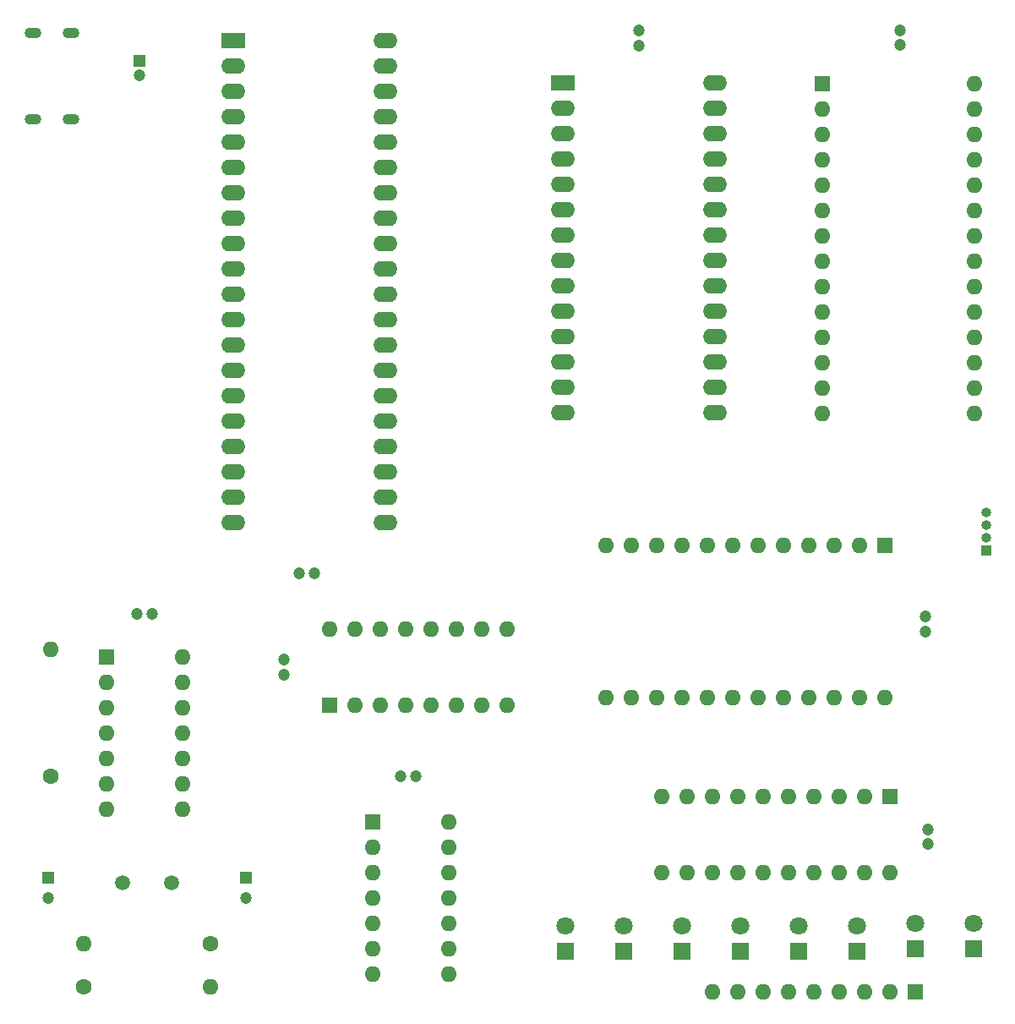
<source format=gbs>
%TF.GenerationSoftware,KiCad,Pcbnew,7.0.8*%
%TF.CreationDate,2023-10-09T15:42:04+02:00*%
%TF.ProjectId,Z80_SBC,5a38305f-5342-4432-9e6b-696361645f70,rev?*%
%TF.SameCoordinates,Original*%
%TF.FileFunction,Soldermask,Bot*%
%TF.FilePolarity,Negative*%
%FSLAX46Y46*%
G04 Gerber Fmt 4.6, Leading zero omitted, Abs format (unit mm)*
G04 Created by KiCad (PCBNEW 7.0.8) date 2023-10-09 15:42:04*
%MOMM*%
%LPD*%
G01*
G04 APERTURE LIST*
%ADD10C,1.200000*%
%ADD11R,1.800000X1.800000*%
%ADD12C,1.800000*%
%ADD13C,1.600000*%
%ADD14O,1.600000X1.600000*%
%ADD15O,1.700000X1.100000*%
%ADD16R,2.400000X1.600000*%
%ADD17O,2.400000X1.600000*%
%ADD18R,1.600000X1.600000*%
%ADD19R,1.200000X1.200000*%
%ADD20R,1.000000X1.000000*%
%ADD21O,1.000000X1.000000*%
%ADD22C,1.500000*%
G04 APERTURE END LIST*
D10*
%TO.C,C4*%
X129254000Y-93467000D03*
X127754000Y-93467000D03*
%TD*%
D11*
%TO.C,D8*%
X195306000Y-131059000D03*
D12*
X195306000Y-128519000D03*
%TD*%
D11*
%TO.C,D7*%
X189464000Y-131059000D03*
D12*
X189464000Y-128519000D03*
%TD*%
D13*
%TO.C,R4*%
X102850000Y-113787000D03*
D14*
X102850000Y-101087000D03*
%TD*%
D11*
%TO.C,D3*%
X166096000Y-131313000D03*
D12*
X166096000Y-128773000D03*
%TD*%
D15*
%TO.C,J1*%
X104834000Y-39363000D03*
X101034000Y-39363000D03*
X104834000Y-48003000D03*
X101034000Y-48003000D03*
%TD*%
D16*
%TO.C,U1*%
X121158000Y-40132000D03*
D17*
X121158000Y-42672000D03*
X121158000Y-45212000D03*
X121158000Y-47752000D03*
X121158000Y-50292000D03*
X121158000Y-52832000D03*
X121158000Y-55372000D03*
X121158000Y-57912000D03*
X121158000Y-60452000D03*
X121158000Y-62992000D03*
X121158000Y-65532000D03*
X121158000Y-68072000D03*
X121158000Y-70612000D03*
X121158000Y-73152000D03*
X121158000Y-75692000D03*
X121158000Y-78232000D03*
X121158000Y-80772000D03*
X121158000Y-83312000D03*
X121158000Y-85852000D03*
X121158000Y-88392000D03*
X136398000Y-88392000D03*
X136398000Y-85852000D03*
X136398000Y-83312000D03*
X136398000Y-80772000D03*
X136398000Y-78232000D03*
X136398000Y-75692000D03*
X136398000Y-73152000D03*
X136398000Y-70612000D03*
X136398000Y-68072000D03*
X136398000Y-65532000D03*
X136398000Y-62992000D03*
X136398000Y-60452000D03*
X136398000Y-57912000D03*
X136398000Y-55372000D03*
X136398000Y-52832000D03*
X136398000Y-50292000D03*
X136398000Y-47752000D03*
X136398000Y-45212000D03*
X136398000Y-42672000D03*
X136398000Y-40132000D03*
%TD*%
D18*
%TO.C,U4*%
X108438000Y-101849000D03*
D14*
X108438000Y-104389000D03*
X108438000Y-106929000D03*
X108438000Y-109469000D03*
X108438000Y-112009000D03*
X108438000Y-114549000D03*
X108438000Y-117089000D03*
X116058000Y-117089000D03*
X116058000Y-114549000D03*
X116058000Y-112009000D03*
X116058000Y-109469000D03*
X116058000Y-106929000D03*
X116058000Y-104389000D03*
X116058000Y-101849000D03*
%TD*%
D10*
%TO.C,C5*%
X139424000Y-113787000D03*
X137924000Y-113787000D03*
%TD*%
D19*
%TO.C,C1*%
X102596000Y-123975401D03*
D10*
X102596000Y-125975401D03*
%TD*%
%TO.C,C11*%
X161798000Y-39128000D03*
X161798000Y-40628000D03*
%TD*%
D20*
%TO.C,J2*%
X196576000Y-91181000D03*
D21*
X196576000Y-89911000D03*
X196576000Y-88641000D03*
X196576000Y-87371000D03*
%TD*%
D22*
%TO.C,Y1*%
X114952000Y-124440000D03*
X110052000Y-124440000D03*
%TD*%
D16*
%TO.C,U3*%
X154142000Y-44388000D03*
D17*
X154142000Y-46928000D03*
X154142000Y-49468000D03*
X154142000Y-52008000D03*
X154142000Y-54548000D03*
X154142000Y-57088000D03*
X154142000Y-59628000D03*
X154142000Y-62168000D03*
X154142000Y-64708000D03*
X154142000Y-67248000D03*
X154142000Y-69788000D03*
X154142000Y-72328000D03*
X154142000Y-74868000D03*
X154142000Y-77408000D03*
X169382000Y-77408000D03*
X169382000Y-74868000D03*
X169382000Y-72328000D03*
X169382000Y-69788000D03*
X169382000Y-67248000D03*
X169382000Y-64708000D03*
X169382000Y-62168000D03*
X169382000Y-59628000D03*
X169382000Y-57088000D03*
X169382000Y-54548000D03*
X169382000Y-52008000D03*
X169382000Y-49468000D03*
X169382000Y-46928000D03*
X169382000Y-44388000D03*
%TD*%
D11*
%TO.C,D2*%
X160254000Y-131313000D03*
D12*
X160254000Y-128773000D03*
%TD*%
D18*
%TO.C,U8*%
X135118000Y-118359000D03*
D14*
X135118000Y-120899000D03*
X135118000Y-123439000D03*
X135118000Y-125979000D03*
X135118000Y-128519000D03*
X135118000Y-131059000D03*
X135118000Y-133599000D03*
X142738000Y-133599000D03*
X142738000Y-131059000D03*
X142738000Y-128519000D03*
X142738000Y-125979000D03*
X142738000Y-123439000D03*
X142738000Y-120899000D03*
X142738000Y-118359000D03*
%TD*%
D13*
%TO.C,R1*%
X106152000Y-134854000D03*
D14*
X118852000Y-134854000D03*
%TD*%
D18*
%TO.C,RN1*%
X189464000Y-135377000D03*
D14*
X186924000Y-135377000D03*
X184384000Y-135377000D03*
X181844000Y-135377000D03*
X179304000Y-135377000D03*
X176764000Y-135377000D03*
X174224000Y-135377000D03*
X171684000Y-135377000D03*
X169144000Y-135377000D03*
%TD*%
D19*
%TO.C,C3*%
X111760000Y-42164000D03*
D10*
X111760000Y-43664000D03*
%TD*%
%TO.C,C7*%
X126218000Y-102115000D03*
X126218000Y-103615000D03*
%TD*%
D18*
%TO.C,U6*%
X186416000Y-90673000D03*
D14*
X183876000Y-90673000D03*
X181336000Y-90673000D03*
X178796000Y-90673000D03*
X176256000Y-90673000D03*
X173716000Y-90673000D03*
X171176000Y-90673000D03*
X168636000Y-90673000D03*
X166096000Y-90673000D03*
X163556000Y-90673000D03*
X161016000Y-90673000D03*
X158476000Y-90673000D03*
X158476000Y-105913000D03*
X161016000Y-105913000D03*
X163556000Y-105913000D03*
X166096000Y-105913000D03*
X168636000Y-105913000D03*
X171176000Y-105913000D03*
X173716000Y-105913000D03*
X176256000Y-105913000D03*
X178796000Y-105913000D03*
X181336000Y-105913000D03*
X183876000Y-105913000D03*
X186416000Y-105913000D03*
%TD*%
D18*
%TO.C,U7*%
X186924000Y-115819000D03*
D14*
X184384000Y-115819000D03*
X181844000Y-115819000D03*
X179304000Y-115819000D03*
X176764000Y-115819000D03*
X174224000Y-115819000D03*
X171684000Y-115819000D03*
X169144000Y-115819000D03*
X166604000Y-115819000D03*
X164064000Y-115819000D03*
X164064000Y-123439000D03*
X166604000Y-123439000D03*
X169144000Y-123439000D03*
X171684000Y-123439000D03*
X174224000Y-123439000D03*
X176764000Y-123439000D03*
X179304000Y-123439000D03*
X181844000Y-123439000D03*
X184384000Y-123439000D03*
X186924000Y-123439000D03*
%TD*%
D11*
%TO.C,D1*%
X154412000Y-131313000D03*
D12*
X154412000Y-128773000D03*
%TD*%
D18*
%TO.C,U5*%
X130790000Y-106675000D03*
D14*
X133330000Y-106675000D03*
X135870000Y-106675000D03*
X138410000Y-106675000D03*
X140950000Y-106675000D03*
X143490000Y-106675000D03*
X146030000Y-106675000D03*
X148570000Y-106675000D03*
X148570000Y-99055000D03*
X146030000Y-99055000D03*
X143490000Y-99055000D03*
X140950000Y-99055000D03*
X138410000Y-99055000D03*
X135870000Y-99055000D03*
X133330000Y-99055000D03*
X130790000Y-99055000D03*
%TD*%
D19*
%TO.C,C2*%
X122408000Y-123975401D03*
D10*
X122408000Y-125975401D03*
%TD*%
%TO.C,C9*%
X190754000Y-119126000D03*
X190754000Y-120626000D03*
%TD*%
D13*
%TO.C,R2*%
X118852000Y-130536000D03*
D14*
X106152000Y-130536000D03*
%TD*%
D18*
%TO.C,U2*%
X180142000Y-44468000D03*
D14*
X180142000Y-47008000D03*
X180142000Y-49548000D03*
X180142000Y-52088000D03*
X180142000Y-54628000D03*
X180142000Y-57168000D03*
X180142000Y-59708000D03*
X180142000Y-62248000D03*
X180142000Y-64788000D03*
X180142000Y-67328000D03*
X180142000Y-69868000D03*
X180142000Y-72408000D03*
X180142000Y-74948000D03*
X180142000Y-77488000D03*
X195382000Y-77488000D03*
X195382000Y-74948000D03*
X195382000Y-72408000D03*
X195382000Y-69868000D03*
X195382000Y-67328000D03*
X195382000Y-64788000D03*
X195382000Y-62248000D03*
X195382000Y-59708000D03*
X195382000Y-57168000D03*
X195382000Y-54628000D03*
X195382000Y-52088000D03*
X195382000Y-49548000D03*
X195382000Y-47008000D03*
X195382000Y-44468000D03*
%TD*%
D11*
%TO.C,D6*%
X183622000Y-131313000D03*
D12*
X183622000Y-128773000D03*
%TD*%
D10*
%TO.C,C6*%
X190500000Y-97802000D03*
X190500000Y-99302000D03*
%TD*%
%TO.C,C10*%
X187960000Y-39116000D03*
X187960000Y-40616000D03*
%TD*%
%TO.C,C8*%
X112998000Y-97536000D03*
X111498000Y-97536000D03*
%TD*%
D11*
%TO.C,D5*%
X177780000Y-131313000D03*
D12*
X177780000Y-128773000D03*
%TD*%
D11*
%TO.C,D4*%
X171938000Y-131313000D03*
D12*
X171938000Y-128773000D03*
%TD*%
M02*

</source>
